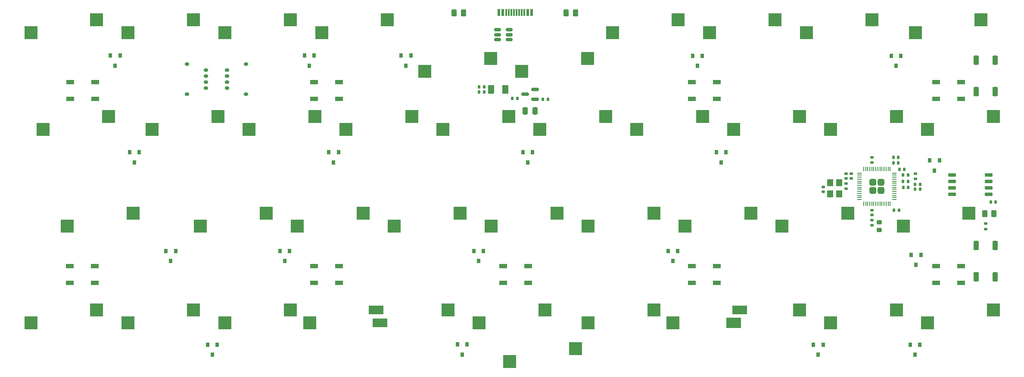
<source format=gbr>
%TF.GenerationSoftware,KiCad,Pcbnew,7.0.7*%
%TF.CreationDate,2023-10-14T12:40:26+02:00*%
%TF.ProjectId,qez,71657a2e-6b69-4636-9164-5f7063625858,rev?*%
%TF.SameCoordinates,Original*%
%TF.FileFunction,Paste,Bot*%
%TF.FilePolarity,Positive*%
%FSLAX46Y46*%
G04 Gerber Fmt 4.6, Leading zero omitted, Abs format (unit mm)*
G04 Created by KiCad (PCBNEW 7.0.7) date 2023-10-14 12:40:26*
%MOMM*%
%LPD*%
G01*
G04 APERTURE LIST*
G04 Aperture macros list*
%AMRoundRect*
0 Rectangle with rounded corners*
0 $1 Rounding radius*
0 $2 $3 $4 $5 $6 $7 $8 $9 X,Y pos of 4 corners*
0 Add a 4 corners polygon primitive as box body*
4,1,4,$2,$3,$4,$5,$6,$7,$8,$9,$2,$3,0*
0 Add four circle primitives for the rounded corners*
1,1,$1+$1,$2,$3*
1,1,$1+$1,$4,$5*
1,1,$1+$1,$6,$7*
1,1,$1+$1,$8,$9*
0 Add four rect primitives between the rounded corners*
20,1,$1+$1,$2,$3,$4,$5,0*
20,1,$1+$1,$4,$5,$6,$7,0*
20,1,$1+$1,$6,$7,$8,$9,0*
20,1,$1+$1,$8,$9,$2,$3,0*%
G04 Aperture macros list end*
%ADD10R,2.550000X2.500000*%
%ADD11R,3.000000X2.000000*%
%ADD12R,3.000000X1.750000*%
%ADD13R,0.800000X0.900000*%
%ADD14RoundRect,0.250000X0.375000X0.625000X-0.375000X0.625000X-0.375000X-0.625000X0.375000X-0.625000X0*%
%ADD15RoundRect,0.250000X-0.262500X-0.450000X0.262500X-0.450000X0.262500X0.450000X-0.262500X0.450000X0*%
%ADD16RoundRect,0.250000X0.262500X0.450000X-0.262500X0.450000X-0.262500X-0.450000X0.262500X-0.450000X0*%
%ADD17RoundRect,0.150000X0.512500X0.150000X-0.512500X0.150000X-0.512500X-0.150000X0.512500X-0.150000X0*%
%ADD18R,0.600000X1.450000*%
%ADD19R,0.300000X1.450000*%
%ADD20RoundRect,0.140000X-0.140000X-0.170000X0.140000X-0.170000X0.140000X0.170000X-0.140000X0.170000X0*%
%ADD21RoundRect,0.140000X0.170000X-0.140000X0.170000X0.140000X-0.170000X0.140000X-0.170000X-0.140000X0*%
%ADD22RoundRect,0.135000X-0.185000X0.135000X-0.185000X-0.135000X0.185000X-0.135000X0.185000X0.135000X0*%
%ADD23R,1.500000X0.900000*%
%ADD24RoundRect,0.275000X-0.275000X0.625000X-0.275000X-0.625000X0.275000X-0.625000X0.275000X0.625000X0*%
%ADD25R,1.200000X1.400000*%
%ADD26RoundRect,0.135000X0.185000X-0.135000X0.185000X0.135000X-0.185000X0.135000X-0.185000X-0.135000X0*%
%ADD27RoundRect,0.140000X0.140000X0.170000X-0.140000X0.170000X-0.140000X-0.170000X0.140000X-0.170000X0*%
%ADD28RoundRect,0.150000X-0.275000X0.150000X-0.275000X-0.150000X0.275000X-0.150000X0.275000X0.150000X0*%
%ADD29RoundRect,0.175000X-0.225000X0.175000X-0.225000X-0.175000X0.225000X-0.175000X0.225000X0.175000X0*%
%ADD30RoundRect,0.249999X0.395001X-0.395001X0.395001X0.395001X-0.395001X0.395001X-0.395001X-0.395001X0*%
%ADD31RoundRect,0.050000X0.050000X-0.387500X0.050000X0.387500X-0.050000X0.387500X-0.050000X-0.387500X0*%
%ADD32RoundRect,0.050000X0.387500X-0.050000X0.387500X0.050000X-0.387500X0.050000X-0.387500X-0.050000X0*%
%ADD33RoundRect,0.135000X0.135000X0.185000X-0.135000X0.185000X-0.135000X-0.185000X0.135000X-0.185000X0*%
%ADD34RoundRect,0.150000X0.275000X-0.150000X0.275000X0.150000X-0.275000X0.150000X-0.275000X-0.150000X0*%
%ADD35RoundRect,0.175000X0.225000X-0.175000X0.225000X0.175000X-0.225000X0.175000X-0.225000X-0.175000X0*%
%ADD36RoundRect,0.275000X0.275000X-0.625000X0.275000X0.625000X-0.275000X0.625000X-0.275000X-0.625000X0*%
%ADD37RoundRect,0.150000X0.587500X0.150000X-0.587500X0.150000X-0.587500X-0.150000X0.587500X-0.150000X0*%
%ADD38RoundRect,0.150000X-0.650000X-0.150000X0.650000X-0.150000X0.650000X0.150000X-0.650000X0.150000X0*%
%ADD39RoundRect,0.140000X-0.170000X0.140000X-0.170000X-0.140000X0.170000X-0.140000X0.170000X0.140000X0*%
%ADD40RoundRect,0.218750X0.256250X-0.218750X0.256250X0.218750X-0.256250X0.218750X-0.256250X-0.218750X0*%
%ADD41RoundRect,0.135000X-0.135000X-0.185000X0.135000X-0.185000X0.135000X0.185000X-0.135000X0.185000X0*%
%ADD42RoundRect,0.250000X-0.250000X-0.475000X0.250000X-0.475000X0.250000X0.475000X-0.250000X0.475000X0*%
G04 APERTURE END LIST*
D10*
%TO.C,MX1*%
X60383750Y-64135000D03*
X73310750Y-61595000D03*
%TD*%
%TO.C,MX2*%
X79433750Y-64135000D03*
X92360750Y-61595000D03*
%TD*%
%TO.C,MX3*%
X98483750Y-64135000D03*
X111410750Y-61595000D03*
%TD*%
%TO.C,MX4*%
X117533750Y-64135000D03*
X130460750Y-61595000D03*
%TD*%
%TO.C,MX5*%
X150753750Y-69215000D03*
X137826750Y-71755000D03*
%TD*%
%TO.C,MX6*%
X169803750Y-69215000D03*
X156876750Y-71755000D03*
%TD*%
%TO.C,MX7*%
X174683750Y-64135000D03*
X187610750Y-61595000D03*
%TD*%
%TO.C,MX8*%
X193733750Y-64135000D03*
X206660750Y-61595000D03*
%TD*%
%TO.C,MX9*%
X212783750Y-64135000D03*
X225710750Y-61595000D03*
%TD*%
%TO.C,MX10*%
X234215000Y-64135000D03*
X247142000Y-61595000D03*
%TD*%
%TO.C,MX11*%
X62765000Y-83185000D03*
X75692000Y-80645000D03*
%TD*%
%TO.C,MX12*%
X84196250Y-83185000D03*
X97123250Y-80645000D03*
%TD*%
%TO.C,MX13*%
X103246250Y-83185000D03*
X116173250Y-80645000D03*
%TD*%
%TO.C,MX14*%
X122296250Y-83185000D03*
X135223250Y-80645000D03*
%TD*%
%TO.C,MX17*%
X179446250Y-83185000D03*
X192373250Y-80645000D03*
%TD*%
%TO.C,MX18*%
X198496250Y-83185000D03*
X211423250Y-80645000D03*
%TD*%
%TO.C,MX19*%
X217546250Y-83185000D03*
X230473250Y-80645000D03*
%TD*%
%TO.C,MX20*%
X236596250Y-83185000D03*
X249523250Y-80645000D03*
%TD*%
%TO.C,MX21*%
X67527500Y-102235000D03*
X80454500Y-99695000D03*
%TD*%
%TO.C,MX22*%
X60383750Y-121285000D03*
X73310750Y-118745000D03*
%TD*%
%TO.C,MX23*%
X93721250Y-102235000D03*
X106648250Y-99695000D03*
%TD*%
%TO.C,MX24*%
X112771250Y-102235000D03*
X125698250Y-99695000D03*
%TD*%
%TO.C,MX25*%
X131821250Y-102235000D03*
X144748250Y-99695000D03*
%TD*%
%TO.C,MX26*%
X150871250Y-102235000D03*
X163798250Y-99695000D03*
%TD*%
%TO.C,MX29*%
X208021250Y-102235000D03*
X220948250Y-99695000D03*
%TD*%
%TO.C,MX30*%
X231833750Y-102235000D03*
X244760750Y-99695000D03*
%TD*%
%TO.C,MX31*%
X79433750Y-121285000D03*
X92360750Y-118745000D03*
%TD*%
%TO.C,MX34*%
X167422500Y-126365000D03*
X154495500Y-128905000D03*
%TD*%
%TO.C,MX37*%
X217546250Y-121285000D03*
X230473250Y-118745000D03*
%TD*%
%TO.C,MX38*%
X236596250Y-121285000D03*
X249523250Y-118745000D03*
%TD*%
%TO.C,MX28*%
X188971250Y-102235000D03*
X201898250Y-99695000D03*
%TD*%
D11*
%TO.C,MX36*%
X198496250Y-121285000D03*
D10*
X211423250Y-118745000D03*
%TD*%
%TO.C,MX32*%
X98483750Y-121285000D03*
X111410750Y-118745000D03*
%TD*%
%TO.C,MX15*%
X141346250Y-83185000D03*
X154273250Y-80645000D03*
%TD*%
%TO.C,MX41*%
X148490000Y-121285000D03*
X161417000Y-118745000D03*
%TD*%
D12*
%TO.C,MX39*%
X129025000Y-121285000D03*
D10*
X142367000Y-118745000D03*
%TD*%
%TO.C,MX33*%
X115152500Y-121285000D03*
D12*
X128237500Y-118745000D03*
%TD*%
D10*
%TO.C,MX40*%
X169921250Y-121285000D03*
X182848250Y-118745000D03*
%TD*%
%TO.C,MX35*%
X186590000Y-121285000D03*
D12*
X199675000Y-118745000D03*
%TD*%
D10*
%TO.C,MX16*%
X160396250Y-83185000D03*
X173323250Y-80645000D03*
%TD*%
%TO.C,MX27*%
X169921250Y-102235000D03*
X182848250Y-99695000D03*
%TD*%
D13*
%TO.C,D1*%
X76962000Y-70596000D03*
X77912000Y-68596000D03*
X76012000Y-68596000D03*
%TD*%
%TO.C,D2*%
X115125500Y-70596000D03*
X116075500Y-68596000D03*
X114175500Y-68596000D03*
%TD*%
%TO.C,D3*%
X134112000Y-70596000D03*
X135062000Y-68596000D03*
X133162000Y-68596000D03*
%TD*%
%TO.C,D4*%
X191389000Y-70659500D03*
X192339000Y-68659500D03*
X190439000Y-68659500D03*
%TD*%
%TO.C,D5*%
X230441500Y-70659500D03*
X231391500Y-68659500D03*
X229491500Y-68659500D03*
%TD*%
%TO.C,D6*%
X80708500Y-89646000D03*
X81658500Y-87646000D03*
X79758500Y-87646000D03*
%TD*%
%TO.C,D7*%
X119888000Y-89646000D03*
X120838000Y-87646000D03*
X118938000Y-87646000D03*
%TD*%
%TO.C,D8*%
X158051500Y-89646000D03*
X159001500Y-87646000D03*
X157101500Y-87646000D03*
%TD*%
%TO.C,D9*%
X196024500Y-89646000D03*
X196974500Y-87646000D03*
X195074500Y-87646000D03*
%TD*%
%TO.C,D10*%
X238000000Y-91250000D03*
X238950000Y-89250000D03*
X237050000Y-89250000D03*
%TD*%
%TO.C,D11*%
X87884000Y-109077000D03*
X88834000Y-107077000D03*
X86934000Y-107077000D03*
%TD*%
%TO.C,D12*%
X110299500Y-109077000D03*
X111249500Y-107077000D03*
X109349500Y-107077000D03*
%TD*%
%TO.C,D13*%
X148399500Y-109077000D03*
X149349500Y-107077000D03*
X147449500Y-107077000D03*
%TD*%
%TO.C,D14*%
X186563000Y-109077000D03*
X187513000Y-107077000D03*
X185613000Y-107077000D03*
%TD*%
%TO.C,D15*%
X234355691Y-109858660D03*
X235305691Y-107858660D03*
X233405691Y-107858660D03*
%TD*%
%TO.C,D16*%
X96043750Y-127555500D03*
X96993750Y-125555500D03*
X95093750Y-125555500D03*
%TD*%
%TO.C,D19*%
X234124500Y-127555500D03*
X235074500Y-125555500D03*
X233174500Y-125555500D03*
%TD*%
D14*
%TO.C,F1*%
X153650000Y-75250000D03*
X150850000Y-75250000D03*
%TD*%
D15*
%TO.C,R1*%
X143587500Y-60250000D03*
X145412500Y-60250000D03*
%TD*%
D16*
%TO.C,R2*%
X167412500Y-60250000D03*
X165587500Y-60250000D03*
%TD*%
D17*
%TO.C,U4*%
X154387500Y-63550000D03*
X154387500Y-64500000D03*
X154387500Y-65450000D03*
X152112500Y-65450000D03*
X152112500Y-64500000D03*
X152112500Y-63550000D03*
%TD*%
D18*
%TO.C,USB1*%
X152325000Y-60115500D03*
X153125000Y-60115500D03*
D19*
X154325000Y-60115500D03*
X155325000Y-60115500D03*
X155825000Y-60115500D03*
X156825000Y-60115500D03*
D18*
X158025000Y-60115500D03*
X158825000Y-60115500D03*
X158825000Y-60115500D03*
X158025000Y-60115500D03*
D19*
X157325000Y-60115500D03*
X156325000Y-60115500D03*
X154825000Y-60115500D03*
X153825000Y-60115500D03*
D18*
X153125000Y-60115500D03*
X152325000Y-60115500D03*
%TD*%
D13*
%TO.C,D17*%
X145161000Y-127492000D03*
X146111000Y-125492000D03*
X144211000Y-125492000D03*
%TD*%
%TO.C,D18*%
X215138000Y-127555500D03*
X216088000Y-125555500D03*
X214188000Y-125555500D03*
%TD*%
D20*
%TO.C,C9*%
X234176562Y-94962187D03*
X235136562Y-94962187D03*
%TD*%
D21*
%TO.C,C14*%
X220621340Y-92839838D03*
X220621340Y-91879838D03*
%TD*%
%TO.C,C12*%
X225662100Y-89639736D03*
X225662100Y-88679736D03*
%TD*%
D22*
%TO.C,R8*%
X234256562Y-91852187D03*
X234256562Y-92872187D03*
%TD*%
D23*
%TO.C,D24*%
X195200000Y-110100000D03*
X195200000Y-113400000D03*
X190300000Y-113400000D03*
X190300000Y-110100000D03*
%TD*%
D24*
%TO.C,Boot1*%
X246170842Y-106035074D03*
X246170842Y-112235074D03*
X249870842Y-106035074D03*
X249870842Y-112235074D03*
%TD*%
D23*
%TO.C,D21*%
X72950000Y-110100000D03*
X72950000Y-113400000D03*
X68050000Y-113400000D03*
X68050000Y-110100000D03*
%TD*%
D20*
%TO.C,C8*%
X231082023Y-91042518D03*
X232042023Y-91042518D03*
%TD*%
%TO.C,C7*%
X231872868Y-94617943D03*
X232832868Y-94617943D03*
%TD*%
%TO.C,C5*%
X249020000Y-97500000D03*
X249980000Y-97500000D03*
%TD*%
D23*
%TO.C,D28*%
X120950000Y-73850000D03*
X120950000Y-77150000D03*
X116050000Y-77150000D03*
X116050000Y-73850000D03*
%TD*%
%TO.C,D26*%
X243200000Y-73850000D03*
X243200000Y-77150000D03*
X238300000Y-77150000D03*
X238300000Y-73850000D03*
%TD*%
D25*
%TO.C,Y1*%
X217506562Y-95862187D03*
X217506562Y-93662187D03*
X219206562Y-93662187D03*
X219206562Y-95862187D03*
%TD*%
D26*
%TO.C,R5*%
X248000000Y-102760000D03*
X248000000Y-101740000D03*
%TD*%
D23*
%TO.C,D27*%
X195200000Y-73850000D03*
X195200000Y-77150000D03*
X190300000Y-77150000D03*
X190300000Y-73850000D03*
%TD*%
D27*
%TO.C,C1*%
X155980000Y-77040000D03*
X155020000Y-77040000D03*
%TD*%
D28*
%TO.C,J5*%
X98897875Y-71458684D03*
X98897875Y-72658684D03*
X98897875Y-73858684D03*
X98897875Y-75058684D03*
D29*
X102672875Y-70308684D03*
X102672875Y-76208684D03*
%TD*%
D30*
%TO.C,U3*%
X225856562Y-95162187D03*
X227456562Y-95162187D03*
X225856562Y-93562187D03*
X227456562Y-93562187D03*
D31*
X229256562Y-97799687D03*
X228856562Y-97799687D03*
X228456562Y-97799687D03*
X228056562Y-97799687D03*
X227656562Y-97799687D03*
X227256562Y-97799687D03*
X226856562Y-97799687D03*
X226456562Y-97799687D03*
X226056562Y-97799687D03*
X225656562Y-97799687D03*
X225256562Y-97799687D03*
X224856562Y-97799687D03*
X224456562Y-97799687D03*
X224056562Y-97799687D03*
D32*
X223219062Y-96962187D03*
X223219062Y-96562187D03*
X223219062Y-96162187D03*
X223219062Y-95762187D03*
X223219062Y-95362187D03*
X223219062Y-94962187D03*
X223219062Y-94562187D03*
X223219062Y-94162187D03*
X223219062Y-93762187D03*
X223219062Y-93362187D03*
X223219062Y-92962187D03*
X223219062Y-92562187D03*
X223219062Y-92162187D03*
X223219062Y-91762187D03*
D31*
X224056562Y-90924687D03*
X224456562Y-90924687D03*
X224856562Y-90924687D03*
X225256562Y-90924687D03*
X225656562Y-90924687D03*
X226056562Y-90924687D03*
X226456562Y-90924687D03*
X226856562Y-90924687D03*
X227256562Y-90924687D03*
X227656562Y-90924687D03*
X228056562Y-90924687D03*
X228456562Y-90924687D03*
X228856562Y-90924687D03*
X229256562Y-90924687D03*
D32*
X230094062Y-91762187D03*
X230094062Y-92162187D03*
X230094062Y-92562187D03*
X230094062Y-92962187D03*
X230094062Y-93362187D03*
X230094062Y-93762187D03*
X230094062Y-94162187D03*
X230094062Y-94562187D03*
X230094062Y-94962187D03*
X230094062Y-95362187D03*
X230094062Y-95762187D03*
X230094062Y-96162187D03*
X230094062Y-96562187D03*
X230094062Y-96962187D03*
%TD*%
D20*
%TO.C,C4*%
X161020000Y-77250000D03*
X161980000Y-77250000D03*
%TD*%
D23*
%TO.C,D29*%
X72988549Y-73848224D03*
X72988549Y-77148224D03*
X68088549Y-77148224D03*
X68088549Y-73848224D03*
%TD*%
D33*
%TO.C,R3*%
X232766562Y-93362187D03*
X231746562Y-93362187D03*
%TD*%
D21*
%TO.C,C3*%
X216106562Y-95442187D03*
X216106562Y-94482187D03*
%TD*%
D20*
%TO.C,C16*%
X234176562Y-93962187D03*
X235136562Y-93962187D03*
%TD*%
D23*
%TO.C,D22*%
X120950000Y-110100000D03*
X120950000Y-113400000D03*
X116050000Y-113400000D03*
X116050000Y-110100000D03*
%TD*%
D21*
%TO.C,C2*%
X220630083Y-94803443D03*
X220630083Y-93843443D03*
%TD*%
D33*
%TO.C,R11*%
X149510000Y-74750000D03*
X148490000Y-74750000D03*
%TD*%
D34*
%TO.C,J3*%
X94796655Y-75036662D03*
X94796655Y-73836662D03*
X94796655Y-72636662D03*
X94796655Y-71436662D03*
D35*
X91021655Y-76186662D03*
X91021655Y-70286662D03*
%TD*%
D23*
%TO.C,D23*%
X158082447Y-110109999D03*
X158082447Y-113409999D03*
X153182447Y-113409999D03*
X153182447Y-110109999D03*
%TD*%
D36*
%TO.C,Reset1*%
X249908537Y-75731252D03*
X249908537Y-69531252D03*
X246208537Y-75731252D03*
X246208537Y-69531252D03*
%TD*%
D37*
%TO.C,U1*%
X159437500Y-75300000D03*
X159437500Y-77200000D03*
X157562500Y-76250000D03*
%TD*%
D38*
%TO.C,U2*%
X241400000Y-95905000D03*
X241400000Y-94635000D03*
X241400000Y-93365000D03*
X241400000Y-92095000D03*
X248600000Y-92095000D03*
X248600000Y-93365000D03*
X248600000Y-94635000D03*
X248600000Y-95905000D03*
%TD*%
D16*
%TO.C,R6*%
X249662500Y-99750000D03*
X247837500Y-99750000D03*
%TD*%
D22*
%TO.C,R9*%
X225643214Y-101043044D03*
X225643214Y-102063044D03*
%TD*%
D20*
%TO.C,C15*%
X229925600Y-88695709D03*
X230885600Y-88695709D03*
%TD*%
%TO.C,C10*%
X229925600Y-89794252D03*
X230885600Y-89794252D03*
%TD*%
D39*
%TO.C,C13*%
X225656562Y-99082187D03*
X225656562Y-100042187D03*
%TD*%
D20*
%TO.C,C11*%
X230026562Y-99112187D03*
X230986562Y-99112187D03*
%TD*%
D21*
%TO.C,C6*%
X221656562Y-92842187D03*
X221656562Y-91882187D03*
%TD*%
D33*
%TO.C,R4*%
X232766562Y-92162187D03*
X231746562Y-92162187D03*
%TD*%
D40*
%TO.C,D20*%
X227154821Y-103001359D03*
X227154821Y-101426359D03*
%TD*%
D23*
%TO.C,D25*%
X243200000Y-110100000D03*
X243200000Y-113400000D03*
X238300000Y-113400000D03*
X238300000Y-110100000D03*
%TD*%
D41*
%TO.C,R10*%
X148490000Y-75750000D03*
X149510000Y-75750000D03*
%TD*%
D42*
%TO.C,C17*%
X157550000Y-79500000D03*
X159450000Y-79500000D03*
%TD*%
M02*

</source>
